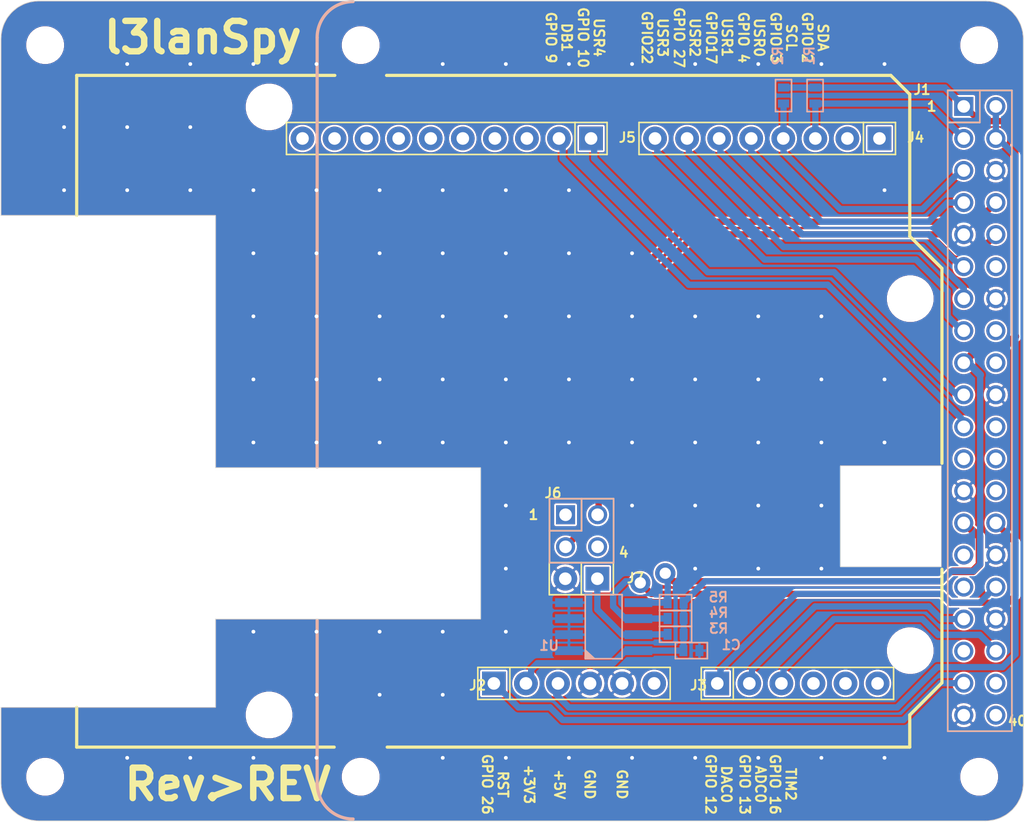
<source format=kicad_pcb>
(kicad_pcb (version 20171130) (host pcbnew 5.1.5+dfsg1-2build2)
  (layers (0 Top signal hide) (31 Bottom signal) (34 B.Paste user) (35 F.Paste user hide) (36 B.SilkS user) (37 F.SilkS user hide) (38 B.Mask user) (39 F.Mask user hide) (44 Edge.Cuts user hide))
  (net 0 "")
  (net 1 +3V3)
  (net 2 GND)
  (net 3 +5V)
  (net 4 "Net-(J1-Pad40)")
  (net 5 "Net-(J1-Pad38)")
  (net 6 /RST)
  (net 7 /TIM2)
  (net 8 "Net-(J1-Pad35)")
  (net 9 /ADC0)
  (net 10 /DAC0)
  (net 11 "Net-(J1-Pad31)")
  (net 12 "Net-(J1-Pad29)")
  (net 13 /ID_SC)
  (net 14 /ID_SD)
  (net 15 "Net-(J1-Pad26)")
  (net 16 "Net-(J1-Pad24)")
  (net 17 "Net-(J1-Pad23)")
  (net 18 "Net-(J1-Pad22)")
  (net 19 /DB1)
  (net 20 /USR4)
  (net 21 "Net-(J1-Pad18)")
  (net 22 "Net-(J1-Pad16)")
  (net 23 /USR3)
  (net 24 /USR2)
  (net 25 "Net-(J1-Pad12)")
  (net 26 /USR1)
  (net 27 /TXD)
  (net 28 /RXD)
  (net 29 /USR0)
  (net 30 /SCL)
  (net 31 /SDA)
  (net 32 "Net-(J2-Pad6)")
  (net 33 "Net-(J3-Pad6)")
  (net 34 "Net-(J3-Pad5)")
  (net 35 "Net-(J3-Pad4)")
  (net 36 "Net-(J4-Pad2)")
  (net 37 "Net-(J4-Pad1)")
  (net 38 "Net-(J5-Pad10)")
  (net 39 "Net-(J5-Pad9)")
  (net 40 "Net-(J5-Pad8)")
  (net 41 "Net-(J5-Pad7)")
  (net 42 "Net-(J5-Pad6)")
  (net 43 "Net-(J5-Pad5)")
  (net 44 "Net-(J5-Pad4)")
  (net 45 "Net-(J5-Pad3)")
  (net 46 "Net-(J6-Pad4)")
  (net 47 "Net-(J6-Pad1)")
  (net 48 /WP)
  (module l3lanSpy:C0603 (layer Bottom) (at 162.7011 124.0036)
    (fp_text reference C1 (at 2.3 0) (layer B.SilkS) (effects (font (size 0.77216 0.77216) (thickness 0.154432)) (justify right bottom mirror)))
    (fp_text value 100n)
    (pad 2 smd rect (at 0.635 0 270) (size 0.889 0.635) (layers Bottom B.Paste B.Mask) (net 2 GND))
    (pad 1 smd rect (at -0.635 0 270) (size 0.889 0.635) (layers Bottom B.Paste B.Mask) (net 1 +3V3))
  )
  (module l3lanSpy:R0603 (layer Bottom) (at 172.5011 80.0036 90)
    (fp_text reference R1 (at 2.3 0 90) (layer B.SilkS) (effects (font (size 0.77216 0.77216) (thickness 0.154432)) (justify right bottom mirror)))
    (fp_text value 4k7)
    (pad 2 smd rect (at 0.635 0) (size 0.889 0.635) (layers Bottom B.Paste B.Mask) (net 1 +3V3))
    (pad 1 smd rect (at -0.635 0) (size 0.889 0.635) (layers Bottom B.Paste B.Mask) (net 31 /SDA))
  )
  (module l3lanSpy:R0603 (layer Bottom) (at 170.0011 80.0036 90)
    (fp_text reference R2 (at 2.3 0 90) (layer B.SilkS) (effects (font (size 0.77216 0.77216) (thickness 0.154432)) (justify right bottom mirror)))
    (fp_text value 4k7)
    (pad 2 smd rect (at 0.635 0) (size 0.889 0.635) (layers Bottom B.Paste B.Mask) (net 1 +3V3))
    (pad 1 smd rect (at -0.635 0) (size 0.889 0.635) (layers Bottom B.Paste B.Mask) (net 30 /SCL))
  )
  (module l3lanSpy:R0603 (layer Bottom) (at 161.4511 122.7036)
    (fp_text reference R3 (at 2.55 0) (layer B.SilkS) (effects (font (size 0.77216 0.77216) (thickness 0.154432)) (justify right bottom mirror)))
    (fp_text value 1k)
    (pad 2 smd rect (at 0.635 0 270) (size 0.889 0.635) (layers Bottom B.Paste B.Mask) (net 1 +3V3))
    (pad 1 smd rect (at -0.635 0 270) (size 0.889 0.635) (layers Bottom B.Paste B.Mask) (net 48 /WP))
  )
  (module l3lanSpy:R0603 (layer Bottom) (at 161.4511 121.4536)
    (fp_text reference R4 (at 2.55 0) (layer B.SilkS) (effects (font (size 0.77216 0.77216) (thickness 0.154432)) (justify right bottom mirror)))
    (fp_text value 4k7)
    (pad 2 smd rect (at 0.635 0 270) (size 0.889 0.635) (layers Bottom B.Paste B.Mask) (net 1 +3V3))
    (pad 1 smd rect (at -0.635 0 270) (size 0.889 0.635) (layers Bottom B.Paste B.Mask) (net 13 /ID_SC))
  )
  (module l3lanSpy:R0603 (layer Bottom) (at 161.4511 120.2036)
    (fp_text reference R5 (at 2.53 0.02) (layer B.SilkS) (effects (font (size 0.77216 0.77216) (thickness 0.154432)) (justify right bottom mirror)))
    (fp_text value 4k7)
    (pad 2 smd rect (at 0.635 0 270) (size 0.889 0.635) (layers Bottom B.Paste B.Mask) (net 1 +3V3))
    (pad 1 smd rect (at -0.635 0 270) (size 0.889 0.635) (layers Bottom B.Paste B.Mask) (net 14 /ID_SD))
  )
  (module "" (layer Top) (at 129.2411 129.1036)
    (fp_text reference @HOLE0 hide)
    (fp_text value "" (at 0 0) (layer F.SilkS) (effects (font (size 1.27 1.27))))
    (pad "" np_thru_hole circle (at 0 0) (size 3.4 3.4) (drill 3.4) (layers *.Cu *.Mask))
  )
  (module "" (layer Top) (at 180.0411 124.0036)
    (fp_text reference @HOLE1 hide)
    (fp_text value "" (at 0 0) (layer F.SilkS) (effects (font (size 1.27 1.27))))
    (pad "" np_thru_hole circle (at 0 0) (size 3.4 3.4) (drill 3.4) (layers *.Cu *.Mask))
  )
  (module "" (layer Top) (at 180.0411 96.1036)
    (fp_text reference @HOLE2 hide)
    (fp_text value "" (at 0 0) (layer F.SilkS) (effects (font (size 1.27 1.27))))
    (pad "" np_thru_hole circle (at 0 0) (size 3.4 3.4) (drill 3.4) (layers *.Cu *.Mask))
  )
  (module "" (layer Top) (at 129.2411 80.9036)
    (fp_text reference @HOLE3 hide)
    (fp_text value "" (at 0 0) (layer F.SilkS) (effects (font (size 1.27 1.27))))
    (pad "" np_thru_hole circle (at 0 0) (size 3.4 3.4) (drill 3.4) (layers *.Cu *.Mask))
  )
  (module "" (layer Top) (at 111.5011 76.0036)
    (fp_text reference @HOLE4 hide)
    (fp_text value "" (at 0 0) (layer F.SilkS) (effects (font (size 1.27 1.27))))
    (pad "" np_thru_hole circle (at 0 0) (size 2.7 2.7) (drill 2.7) (layers *.Cu *.Mask))
  )
  (module "" (layer Top) (at 111.5011 134.0036)
    (fp_text reference @HOLE5 hide)
    (fp_text value "" (at 0 0) (layer F.SilkS) (effects (font (size 1.27 1.27))))
    (pad "" np_thru_hole circle (at 0 0) (size 2.7 2.7) (drill 2.7) (layers *.Cu *.Mask))
  )
  (module l3lanSpy:TD1208_EVB (layer Top) (at 114.0011 131.6736)
    (fp_text reference U$1 hide)
    (fp_text value "" hide)
  )
  (module l3lanSpy:RASPBERRY_PI_3A+ (layer Top) (at 133.0011 72.5036 270)
    (fp_text reference U$2 hide)
    (fp_text value "" hide)
    (pad "" np_thru_hole circle (at 61.5 -3.5 270) (size 2.7 2.7) (drill 2.7) (layers *.Cu *.Mask))
    (pad "" np_thru_hole circle (at 3.5 -3.5 270) (size 2.7 2.7) (drill 2.7) (layers *.Cu *.Mask))
    (pad "" np_thru_hole circle (at 61.5 -52.5 270) (size 2.7 2.7) (drill 2.7) (layers *.Cu *.Mask))
    (pad "" np_thru_hole circle (at 3.5 -52.5 270) (size 2.7 2.7) (drill 2.7) (layers *.Cu *.Mask))
  )
  (module l3lanSpy:MH20-2-0.1 (layer Top) (at 185.5511 102.4536)
    (fp_text reference J1 (at -3.81 -23.368) (layer F.SilkS) (effects (font (size 0.77216 0.77216) (thickness 0.154432)) (justify right top)))
    (fp_text value MH20-2)
    (fp_text user 40 (at 3.81 26.67) (layer F.SilkS) (effects (font (size 0.77216 0.77216) (thickness 0.16256)) (justify right top)))
    (fp_text user 1 (at -3.81 -21.59) (layer F.SilkS) (effects (font (size 0.77216 0.77216) (thickness 0.16256))))
    (pad 40 thru_hole circle (at 1.27 26.67 270) (size 1.508 1.508) (drill 1) (layers *.Cu *.Mask) (net 4 "Net-(J1-Pad40)"))
    (pad 39 thru_hole circle (at -1.27 26.67 270) (size 1.508 1.508) (drill 1) (layers *.Cu *.Mask) (net 2 GND))
    (pad 38 thru_hole circle (at 1.27 24.13 270) (size 1.508 1.508) (drill 1) (layers *.Cu *.Mask) (net 5 "Net-(J1-Pad38)"))
    (pad 37 thru_hole circle (at -1.27 24.13 270) (size 1.508 1.508) (drill 1) (layers *.Cu *.Mask) (net 6 /RST))
    (pad 36 thru_hole circle (at 1.27 21.59 270) (size 1.508 1.508) (drill 1) (layers *.Cu *.Mask) (net 7 /TIM2))
    (pad 35 thru_hole circle (at -1.27 21.59 270) (size 1.508 1.508) (drill 1) (layers *.Cu *.Mask) (net 8 "Net-(J1-Pad35)"))
    (pad 34 thru_hole circle (at 1.27 19.05 270) (size 1.508 1.508) (drill 1) (layers *.Cu *.Mask) (net 2 GND))
    (pad 33 thru_hole circle (at -1.27 19.05 270) (size 1.508 1.508) (drill 1) (layers *.Cu *.Mask) (net 9 /ADC0))
    (pad 32 thru_hole circle (at 1.27 16.51 270) (size 1.508 1.508) (drill 1) (layers *.Cu *.Mask) (net 10 /DAC0))
    (pad 31 thru_hole circle (at -1.27 16.51 270) (size 1.508 1.508) (drill 1) (layers *.Cu *.Mask) (net 11 "Net-(J1-Pad31)"))
    (pad 30 thru_hole circle (at 1.27 13.97 270) (size 1.508 1.508) (drill 1) (layers *.Cu *.Mask) (net 2 GND))
    (pad 29 thru_hole circle (at -1.27 13.97 270) (size 1.508 1.508) (drill 1) (layers *.Cu *.Mask) (net 12 "Net-(J1-Pad29)"))
    (pad 28 thru_hole circle (at 1.27 11.43 270) (size 1.508 1.508) (drill 1) (layers *.Cu *.Mask) (net 13 /ID_SC))
    (pad 27 thru_hole circle (at -1.27 11.43 270) (size 1.508 1.508) (drill 1) (layers *.Cu *.Mask) (net 14 /ID_SD))
    (pad 26 thru_hole circle (at 1.27 8.89 270) (size 1.508 1.508) (drill 1) (layers *.Cu *.Mask) (net 15 "Net-(J1-Pad26)"))
    (pad 25 thru_hole circle (at -1.27 8.89 270) (size 1.508 1.508) (drill 1) (layers *.Cu *.Mask) (net 2 GND))
    (pad 24 thru_hole circle (at 1.27 6.35 270) (size 1.508 1.508) (drill 1) (layers *.Cu *.Mask) (net 16 "Net-(J1-Pad24)"))
    (pad 23 thru_hole circle (at -1.27 6.35 270) (size 1.508 1.508) (drill 1) (layers *.Cu *.Mask) (net 17 "Net-(J1-Pad23)"))
    (pad 22 thru_hole circle (at 1.27 3.81 270) (size 1.508 1.508) (drill 1) (layers *.Cu *.Mask) (net 18 "Net-(J1-Pad22)"))
    (pad 21 thru_hole circle (at -1.27 3.81 270) (size 1.508 1.508) (drill 1) (layers *.Cu *.Mask) (net 19 /DB1))
    (pad 20 thru_hole circle (at 1.27 1.27 270) (size 1.508 1.508) (drill 1) (layers *.Cu *.Mask) (net 2 GND))
    (pad 19 thru_hole circle (at -1.27 1.27 270) (size 1.508 1.508) (drill 1) (layers *.Cu *.Mask) (net 20 /USR4))
    (pad 18 thru_hole circle (at 1.27 -1.27 270) (size 1.508 1.508) (drill 1) (layers *.Cu *.Mask) (net 21 "Net-(J1-Pad18)"))
    (pad 17 thru_hole circle (at -1.27 -1.27 270) (size 1.508 1.508) (drill 1) (layers *.Cu *.Mask) (net 1 +3V3))
    (pad 16 thru_hole circle (at 1.27 -3.81 270) (size 1.508 1.508) (drill 1) (layers *.Cu *.Mask) (net 22 "Net-(J1-Pad16)"))
    (pad 15 thru_hole circle (at -1.27 -3.81 270) (size 1.508 1.508) (drill 1) (layers *.Cu *.Mask) (net 23 /USR3))
    (pad 14 thru_hole circle (at 1.27 -6.35 270) (size 1.508 1.508) (drill 1) (layers *.Cu *.Mask) (net 2 GND))
    (pad 13 thru_hole circle (at -1.27 -6.35 270) (size 1.508 1.508) (drill 1) (layers *.Cu *.Mask) (net 24 /USR2))
    (pad 12 thru_hole circle (at 1.27 -8.89 270) (size 1.508 1.508) (drill 1) (layers *.Cu *.Mask) (net 25 "Net-(J1-Pad12)"))
    (pad 11 thru_hole circle (at -1.27 -8.89 270) (size 1.508 1.508) (drill 1) (layers *.Cu *.Mask) (net 26 /USR1))
    (pad 10 thru_hole circle (at 1.27 -11.43 270) (size 1.508 1.508) (drill 1) (layers *.Cu *.Mask) (net 27 /TXD))
    (pad 9 thru_hole circle (at -1.27 -11.43 270) (size 1.508 1.508) (drill 1) (layers *.Cu *.Mask) (net 2 GND))
    (pad 8 thru_hole circle (at 1.27 -13.97 270) (size 1.508 1.508) (drill 1) (layers *.Cu *.Mask) (net 28 /RXD))
    (pad 7 thru_hole circle (at -1.27 -13.97 270) (size 1.508 1.508) (drill 1) (layers *.Cu *.Mask) (net 29 /USR0))
    (pad 6 thru_hole circle (at 1.27 -16.51 270) (size 1.508 1.508) (drill 1) (layers *.Cu *.Mask) (net 2 GND))
    (pad 5 thru_hole circle (at -1.27 -16.51 270) (size 1.508 1.508) (drill 1) (layers *.Cu *.Mask) (net 30 /SCL))
    (pad 4 thru_hole circle (at 1.27 -19.05 270) (size 1.508 1.508) (drill 1) (layers *.Cu *.Mask) (net 3 +5V))
    (pad 2 thru_hole circle (at 1.27 -21.59 270) (size 1.508 1.508) (drill 1) (layers *.Cu *.Mask) (net 3 +5V))
    (pad 3 thru_hole circle (at -1.27 -19.05 270) (size 1.508 1.508) (drill 1) (layers *.Cu *.Mask) (net 31 /SDA))
    (pad 1 thru_hole rect (at -1.27 -21.59 270) (size 1.508 1.508) (drill 1) (layers *.Cu *.Mask) (net 1 +3V3))
  )
  (module l3lanSpy:MH6-1-0.1 (layer Top) (at 147.0511 126.6036)
    (fp_text reference J2 (at -2.05 0.15) (layer F.SilkS) (effects (font (size 0.77216 0.77216) (thickness 0.154432)) (justify left)))
    (fp_text value MH6-1)
    (pad 6 thru_hole circle (at 12.7 0 90) (size 1.8796 1.8796) (drill 1) (layers *.Cu *.Mask) (net 32 "Net-(J2-Pad6)"))
    (pad 5 thru_hole circle (at 10.16 0 90) (size 1.8796 1.8796) (drill 1) (layers *.Cu *.Mask) (net 2 GND))
    (pad 4 thru_hole circle (at 7.62 0 90) (size 1.8796 1.8796) (drill 1) (layers *.Cu *.Mask) (net 2 GND))
    (pad 3 thru_hole circle (at 5.08 0 90) (size 1.8796 1.8796) (drill 1) (layers *.Cu *.Mask) (net 3 +5V))
    (pad 2 thru_hole circle (at 2.54 0 90) (size 1.8796 1.8796) (drill 1) (layers *.Cu *.Mask) (net 1 +3V3))
    (pad 1 thru_hole rect (at 0 0 90) (size 1.8796 1.8796) (drill 1) (layers *.Cu *.Mask) (net 6 /RST))
  )
  (module l3lanSpy:MH6-1-0.1 (layer Top) (at 164.7511 126.6036)
    (fp_text reference J3 (at -2.25 0.15) (layer F.SilkS) (effects (font (size 0.77216 0.77216) (thickness 0.154432)) (justify left)))
    (fp_text value MH6-1)
    (pad 6 thru_hole circle (at 12.7 0 90) (size 1.8796 1.8796) (drill 1) (layers *.Cu *.Mask) (net 33 "Net-(J3-Pad6)"))
    (pad 5 thru_hole circle (at 10.16 0 90) (size 1.8796 1.8796) (drill 1) (layers *.Cu *.Mask) (net 34 "Net-(J3-Pad5)"))
    (pad 4 thru_hole circle (at 7.62 0 90) (size 1.8796 1.8796) (drill 1) (layers *.Cu *.Mask) (net 35 "Net-(J3-Pad4)"))
    (pad 3 thru_hole circle (at 5.08 0 90) (size 1.8796 1.8796) (drill 1) (layers *.Cu *.Mask) (net 7 /TIM2))
    (pad 2 thru_hole circle (at 2.54 0 90) (size 1.8796 1.8796) (drill 1) (layers *.Cu *.Mask) (net 9 /ADC0))
    (pad 1 thru_hole rect (at 0 0 90) (size 1.8796 1.8796) (drill 1) (layers *.Cu *.Mask) (net 10 /DAC0))
  )
  (module l3lanSpy:MH8-1-0.1 (layer Top) (at 177.6011 83.4036 180)
    (fp_text reference J4 (at -2.1082 0.0762) (layer F.SilkS) (effects (font (size 0.77216 0.77216) (thickness 0.154432)) (justify left)))
    (fp_text value MH8-1)
    (pad 8 thru_hole circle (at 17.78 0 270) (size 1.8796 1.8796) (drill 1) (layers *.Cu *.Mask) (net 23 /USR3))
    (pad 7 thru_hole circle (at 15.24 0 270) (size 1.8796 1.8796) (drill 1) (layers *.Cu *.Mask) (net 24 /USR2))
    (pad 6 thru_hole circle (at 12.7 0 270) (size 1.8796 1.8796) (drill 1) (layers *.Cu *.Mask) (net 26 /USR1))
    (pad 5 thru_hole circle (at 10.16 0 270) (size 1.8796 1.8796) (drill 1) (layers *.Cu *.Mask) (net 29 /USR0))
    (pad 4 thru_hole circle (at 7.62 0 270) (size 1.8796 1.8796) (drill 1) (layers *.Cu *.Mask) (net 30 /SCL))
    (pad 3 thru_hole circle (at 5.08 0 270) (size 1.8796 1.8796) (drill 1) (layers *.Cu *.Mask) (net 31 /SDA))
    (pad 2 thru_hole circle (at 2.54 0 270) (size 1.8796 1.8796) (drill 1) (layers *.Cu *.Mask) (net 36 "Net-(J4-Pad2)"))
    (pad 1 thru_hole rect (at 0 0 270) (size 1.8796 1.8796) (drill 1) (layers *.Cu *.Mask) (net 37 "Net-(J4-Pad1)"))
  )
  (module l3lanSpy:MH10-1-0.1 (layer Top) (at 154.7511 83.4036 180)
    (fp_text reference J5 (at -2.1082 0.0762) (layer F.SilkS) (effects (font (size 0.77216 0.77216) (thickness 0.154432)) (justify left)))
    (fp_text value MH10-1)
    (pad 10 thru_hole circle (at 22.86 0 270) (size 1.8796 1.8796) (drill 1) (layers *.Cu *.Mask) (net 38 "Net-(J5-Pad10)"))
    (pad 9 thru_hole circle (at 20.32 0 270) (size 1.8796 1.8796) (drill 1) (layers *.Cu *.Mask) (net 39 "Net-(J5-Pad9)"))
    (pad 8 thru_hole circle (at 17.78 0 270) (size 1.8796 1.8796) (drill 1) (layers *.Cu *.Mask) (net 40 "Net-(J5-Pad8)"))
    (pad 7 thru_hole circle (at 15.24 0 270) (size 1.8796 1.8796) (drill 1) (layers *.Cu *.Mask) (net 41 "Net-(J5-Pad7)"))
    (pad 6 thru_hole circle (at 12.7 0 270) (size 1.8796 1.8796) (drill 1) (layers *.Cu *.Mask) (net 42 "Net-(J5-Pad6)"))
    (pad 5 thru_hole circle (at 10.16 0 270) (size 1.8796 1.8796) (drill 1) (layers *.Cu *.Mask) (net 43 "Net-(J5-Pad5)"))
    (pad 4 thru_hole circle (at 7.62 0 270) (size 1.8796 1.8796) (drill 1) (layers *.Cu *.Mask) (net 44 "Net-(J5-Pad4)"))
    (pad 3 thru_hole circle (at 5.08 0 270) (size 1.8796 1.8796) (drill 1) (layers *.Cu *.Mask) (net 45 "Net-(J5-Pad3)"))
    (pad 2 thru_hole circle (at 2.54 0 270) (size 1.8796 1.8796) (drill 1) (layers *.Cu *.Mask) (net 19 /DB1))
    (pad 1 thru_hole rect (at 0 0 270) (size 1.8796 1.8796) (drill 1) (layers *.Cu *.Mask) (net 20 /USR4))
  )
  (module l3lanSpy:MH2-2-0.1 (layer Top) (at 154.0011 114.5036)
    (fp_text reference J6 (at -1.5 -3.45) (layer F.SilkS) (effects (font (size 0.77216 0.77216) (thickness 0.154432)) (justify right top)))
    (fp_text value MH2-2)
    (fp_text user 4 (at 3.81 1.27) (layer F.SilkS) (effects (font (size 0.77216 0.77216) (thickness 0.16256)) (justify right top)))
    (fp_text user 1 (at -3.81 -1.27) (layer F.SilkS) (effects (font (size 0.77216 0.77216) (thickness 0.16256))))
    (pad 4 thru_hole circle (at 1.27 1.27 270) (size 1.508 1.508) (drill 1) (layers *.Cu *.Mask) (net 46 "Net-(J6-Pad4)"))
    (pad 2 thru_hole circle (at 1.27 -1.27 270) (size 1.508 1.508) (drill 1) (layers *.Cu *.Mask) (net 28 /RXD))
    (pad 3 thru_hole circle (at -1.27 1.27 270) (size 1.508 1.508) (drill 1) (layers *.Cu *.Mask) (net 27 /TXD))
    (pad 1 thru_hole rect (at -1.27 -1.27 270) (size 1.508 1.508) (drill 1) (layers *.Cu *.Mask) (net 47 "Net-(J6-Pad1)"))
  )
  (module l3lanSpy:SOIC-8 (layer Bottom) (at 155.7511 122.1036 90)
    (fp_text reference U1 (at -1.95 -5.2 180) (layer B.SilkS) (effects (font (size 0.77216 0.77216) (thickness 0.154432)) (justify right bottom mirror)))
    (fp_text value CAT24C32WI-GT3)
    (pad 8 smd rect (at -1.905 2.75 90) (size 0.7 2.2) (layers Bottom B.Paste B.Mask) (net 1 +3V3))
    (pad 7 smd rect (at -0.635 2.75 90) (size 0.7 2.2) (layers Bottom B.Paste B.Mask) (net 48 /WP))
    (pad 6 smd rect (at 0.635 2.75 90) (size 0.7 2.2) (layers Bottom B.Paste B.Mask) (net 13 /ID_SC))
    (pad 5 smd rect (at 1.905 2.75 90) (size 0.7 2.2) (layers Bottom B.Paste B.Mask) (net 14 /ID_SD))
    (pad 4 smd rect (at 1.905 -2.75 90) (size 0.7 2.2) (layers Bottom B.Paste B.Mask) (net 2 GND))
    (pad 3 smd rect (at 0.635 -2.75 90) (size 0.7 2.2) (layers Bottom B.Paste B.Mask) (net 2 GND))
    (pad 2 smd rect (at -0.635 -2.75 90) (size 0.7 2.2) (layers Bottom B.Paste B.Mask) (net 2 GND))
    (pad 1 smd rect (at -1.905 -2.75 90) (size 0.7 2.2) (layers Bottom B.Paste B.Mask) (net 2 GND))
  )
  (module l3lanSpy:MH2-1-0.1 (layer Top) (at 155.2511 118.3036 180)
    (fp_text reference J7 (at -2.25 0.05) (layer F.SilkS) (effects (font (size 0.77216 0.77216) (thickness 0.154432)) (justify left)))
    (fp_text value MH2-1)
    (pad 2 thru_hole circle (at 2.54 0 270) (size 1.8796 1.8796) (drill 1) (layers *.Cu *.Mask) (net 2 GND))
    (pad 1 thru_hole rect (at 0 0 270) (size 1.8796 1.8796) (drill 1) (layers *.Cu *.Mask) (net 48 /WP))
  )
  (module l3lanSpy:A5L-LOC (layer Top) (at 88.0011 176.3036)
    (fp_text reference U$3 hide)
    (fp_text value "" hide)
  )
  (module l3lanSpy:CC-BY-SA_LOGO (layer Top) (at 140.1511 165.7536)
    (fp_text reference LOGO1 hide)
    (fp_text value CC-BY-SA_LOGO hide)
  )
  (module l3lanSpy:DRILEGEND (layer Top) (at 221.98509 81.1296)
    (fp_text reference DRILEGEND hide)
    (fp_text value "" hide)
  )
  (gr_line (start 186.0011 137.5036) (end 111.0011 137.5036) (layer Edge.Cuts) (width 0.05))
  (gr_arc (start 111.0011 134.5036) (end 111.0011 137.5036) (angle 90) (layer Edge.Cuts) (width 0.05))
  (gr_line (start 108.0011 134.5036) (end 108.0011 128.5036) (layer Edge.Cuts) (width 0.05))
  (gr_arc (start 111.0011 75.5036) (end 108.0011 75.5036) (angle 90) (layer Edge.Cuts) (width 0.05))
  (gr_line (start 111.0011 72.5036) (end 186.0011 72.5036) (layer Edge.Cuts) (width 0.05))
  (gr_arc (start 186.0011 75.5036) (end 186.0011 72.5036) (angle 90) (layer Edge.Cuts) (width 0.05))
  (gr_line (start 189.0011 75.5036) (end 189.0011 134.5036) (layer Edge.Cuts) (width 0.05))
  (gr_arc (start 186.0011 134.5036) (end 189.0011 134.5036) (angle 90) (layer Edge.Cuts) (width 0.05))
  (gr_line (start 108.0011 89.5036) (end 125.0011 89.5036) (layer Edge.Cuts) (width 0.05))
  (gr_line (start 125.0011 89.5036) (end 125.0011 109.5036) (layer Edge.Cuts) (width 0.05))
  (gr_line (start 125.0011 109.5036) (end 146.0011 109.5036) (layer Edge.Cuts) (width 0.05))
  (gr_line (start 146.0011 109.5036) (end 146.0011 121.5036) (layer Edge.Cuts) (width 0.05))
  (gr_line (start 146.0011 121.5036) (end 125.0011 121.5036) (layer Edge.Cuts) (width 0.05))
  (gr_line (start 125.0011 121.5036) (end 125.0011 128.5036) (layer Edge.Cuts) (width 0.05))
  (gr_line (start 125.0011 128.5036) (end 108.0011 128.5036) (layer Edge.Cuts) (width 0.05))
  (gr_line (start 174.5011 109.3536) (end 182.5011 109.3536) (layer Edge.Cuts) (width 0.05))
  (gr_line (start 182.5011 109.3536) (end 182.5011 117.3536) (layer Edge.Cuts) (width 0.05))
  (gr_line (start 182.5011 117.3536) (end 174.5011 117.3536) (layer Edge.Cuts) (width 0.05))
  (gr_line (start 174.5011 117.3536) (end 174.5011 109.3536) (layer Edge.Cuts) (width 0.05))
  (gr_line (start 108.0011 75.5036) (end 108.0011 89.5036) (layer Edge.Cuts) (width 0.05))
  (gr_line (start 114.0011 78.4036) (end 134.4511 78.4036) (layer F.SilkS) (width 0.254))
  (gr_line (start 138.5511 78.4036) (end 178.5011 78.4036) (layer F.SilkS) (width 0.254))
  (gr_line (start 178.5011 78.4036) (end 180.0011 79.9036) (layer F.SilkS) (width 0.254))
  (gr_line (start 180.0011 79.9036) (end 180.0011 91.1536) (layer F.SilkS) (width 0.254))
  (gr_line (start 180.0011 91.1536) (end 182.5511 93.7036) (layer F.SilkS) (width 0.254))
  (gr_line (start 182.5511 93.7036) (end 182.5511 109.1536) (layer F.SilkS) (width 0.254))
  (gr_line (start 182.5511 117.5536) (end 182.5511 126.5536) (layer F.SilkS) (width 0.254))
  (gr_line (start 182.5511 126.5536) (end 180.0011 129.1036) (layer F.SilkS) (width 0.254))
  (gr_line (start 180.0011 129.1036) (end 180.0011 131.6536) (layer F.SilkS) (width 0.254))
  (gr_line (start 180.0011 131.6536) (end 138.6011 131.6536) (layer F.SilkS) (width 0.254))
  (gr_line (start 134.4011 131.6536) (end 114.0011 131.6536) (layer F.SilkS) (width 0.254))
  (gr_arc (start 135.9011 75.4036) (end 133.0511 75.4036) (angle 90) (layer B.SilkS) (width 0.254))
  (gr_line (start 133.0511 75.4036) (end 133.0511 109.4536) (layer B.SilkS) (width 0.254))
  (gr_line (start 133.0511 121.6036) (end 133.0511 134.5036) (layer B.SilkS) (width 0.254))
  (gr_arc (start 135.9011 134.5036) (end 133.0511 134.5036) (angle -90) (layer B.SilkS) (width 0.254))
  (gr_text l3lanSpy (at 124.0011 75.4036) (layer F.SilkS) (effects (font (size 2.413 2.413) (thickness 0.508))))
  (gr_line (start 114.0011 131.6536) (end 114.0011 128.5036) (layer F.SilkS) (width 0.254))
  (gr_line (start 114.0011 89.5036) (end 114.0011 78.4036) (layer F.SilkS) (width 0.254))
  (gr_text "SDA\nGPIO 2" (at 172.5011 75.4036 270) (layer F.SilkS) (effects (font (size 0.77216 0.77216) (thickness 0.16256))))
  (gr_text "SCL\nGPIO 3" (at 170.0011 75.4036 270) (layer F.SilkS) (effects (font (size 0.77216 0.77216) (thickness 0.16256))))
  (gr_text "USR0\nGPIO 4" (at 167.4511 75.4036 270) (layer F.SilkS) (effects (font (size 0.77216 0.77216) (thickness 0.16256))))
  (gr_text "USR1\nGPIO17" (at 164.9011 75.4036 270) (layer F.SilkS) (effects (font (size 0.77216 0.77216) (thickness 0.16256))))
  (gr_text "USR2\nGPIO 27" (at 162.3511 75.4036 270) (layer F.SilkS) (effects (font (size 0.77216 0.77216) (thickness 0.16256))))
  (gr_text "USR3\nGPIO22" (at 159.8011 75.4036 270) (layer F.SilkS) (effects (font (size 0.77216 0.77216) (thickness 0.16256))))
  (gr_text "USR4\nGPIO 10" (at 154.7511 75.4036 270) (layer F.SilkS) (effects (font (size 0.77216 0.77216) (thickness 0.16256))))
  (gr_text "DB1\nGPIO 9" (at 152.2011 75.4036 270) (layer F.SilkS) (effects (font (size 0.77216 0.77216) (thickness 0.16256))))
  (gr_text "TIM2\nGPIO 16" (at 169.9511 134.6036 270) (layer F.SilkS) (effects (font (size 0.77216 0.77216) (thickness 0.16256))))
  (gr_text "ADC0\nGPIO 13" (at 167.5511 134.6036 270) (layer F.SilkS) (effects (font (size 0.77216 0.77216) (thickness 0.16256))))
  (gr_text "DAC0\nGPIO 12" (at 164.8511 134.6036 270) (layer F.SilkS) (effects (font (size 0.77216 0.77216) (thickness 0.16256))))
  (gr_text GND (at 157.2011 134.6036 270) (layer F.SilkS) (effects (font (size 0.77216 0.77216) (thickness 0.16256))))
  (gr_text GND (at 154.6511 134.6036 270) (layer F.SilkS) (effects (font (size 0.77216 0.77216) (thickness 0.16256))))
  (gr_text +5V (at 152.2511 134.6036 270) (layer F.SilkS) (effects (font (size 0.77216 0.77216) (thickness 0.16256))))
  (gr_text +3V3 (at 149.8511 134.6036 270) (layer F.SilkS) (effects (font (size 0.77216 0.77216) (thickness 0.16256))))
  (gr_text "RST\nGPIO 26" (at 147.1511 134.6036 270) (layer F.SilkS) (effects (font (size 0.77216 0.77216) (thickness 0.16256))))
  (gr_text >REV (at 129.2511 134.6036) (layer F.SilkS) (effects (font (size 2.413 2.413) (thickness 0.508))))
  (gr_text Rev. (at 121.6011 134.6036) (layer F.SilkS) (effects (font (size 2.413 2.413) (thickness 0.508))))
  (segment (start 186.8211 88.4836) (end 185.5511 89.7536) (width 0.5) (layer Top) (net 28))
  (segment (start 185.5511 89.7536) (end 183.2511 89.7536) (width 0.5) (layer Top) (net 28))
  (segment (start 183.2511 89.7536) (end 183.0011 90.0036) (width 0.5) (layer Top) (net 28))
  (segment (start 183.0011 90.0036) (end 162.5011 90.0036) (width 0.5) (layer Top) (net 28))
  (segment (start 162.5011 90.0036) (end 155.3511 97.1536) (width 0.5) (layer Top) (net 28))
  (segment (start 155.3511 97.1536) (end 155.3511 112.6036) (width 0.5) (layer Top) (net 28))
  (segment (start 155.3511 112.6036) (end 155.2711 112.6836) (width 0.5) (layer Top) (net 28))
  (segment (start 155.2711 112.6836) (end 155.2711 113.2336) (width 0.5) (layer Top) (net 28))
  (segment (start 186.8211 91.0236) (end 186.8211 91.0336) (width 0.5) (layer Top) (net 27))
  (segment (start 186.8211 91.0336) (end 185.5511 92.3036) (width 0.5) (layer Top) (net 27))
  (segment (start 185.5511 92.3036) (end 183.8011 92.3036) (width 0.5) (layer Top) (net 27))
  (segment (start 183.8011 92.3036) (end 182.5011 91.0036) (width 0.5) (layer Top) (net 27))
  (segment (start 156.0011 114.5036) (end 154.0011 114.5036) (width 0.5) (layer Top) (net 27))
  (segment (start 154.0011 114.5036) (end 152.7311 115.7736) (width 0.5) (layer Top) (net 27))
  (segment (start 182.5011 91.0036) (end 163.0011 91.0036) (width 0.5) (layer Top) (net 27))
  (segment (start 163.0011 91.0036) (end 156.5011 97.5036) (width 0.5) (layer Top) (net 27))
  (segment (start 156.5011 97.5036) (end 156.5011 114.0036) (width 0.5) (layer Top) (net 27))
  (segment (start 156.5011 114.0036) (end 156.0011 114.5036) (width 0.5) (layer Top) (net 27))
  (segment (start 172.5011 80.6386) (end 172.5211 80.6386) (width 0.6096) (layer Bottom) (net 31))
  (segment (start 172.5211 80.6386) (end 172.5211 83.4036) (width 0.5) (layer Bottom) (net 31))
  (segment (start 172.5211 80.6386) (end 181.5161 80.6386) (width 0.5) (layer Bottom) (net 31))
  (segment (start 181.5161 80.6386) (end 184.2811 83.4036) (width 0.5) (layer Bottom) (net 31))
  (segment (start 169.9811 83.4036) (end 170.0011 83.4036) (width 0.6096) (layer Bottom) (net 30))
  (segment (start 170.0011 83.4036) (end 170.0011 80.6386) (width 0.5) (layer Bottom) (net 30))
  (segment (start 184.2811 85.9436) (end 184.0611 85.9436) (width 0.5) (layer Bottom) (net 30))
  (segment (start 184.0611 85.9436) (end 181.0011 89.0036) (width 0.5) (layer Bottom) (net 30))
  (segment (start 181.0011 89.0036) (end 174.5011 89.0036) (width 0.5) (layer Bottom) (net 30))
  (segment (start 174.5011 89.0036) (end 170.0011 84.5036) (width 0.5) (layer Bottom) (net 30))
  (segment (start 170.0011 84.5036) (end 170.0011 83.4236) (width 0.5) (layer Bottom) (net 30))
  (segment (start 170.0011 83.4236) (end 169.9811 83.4036) (width 0.5) (layer Bottom) (net 30))
  (segment (start 181.5011 90.0036) (end 173.0011 90.0036) (width 0.5) (layer Bottom) (net 29))
  (segment (start 181.5011 90.0036) (end 182.9811 88.4836) (width 0.5) (layer Bottom) (net 29))
  (segment (start 184.2811 88.4836) (end 182.9811 88.4836) (width 0.5) (layer Bottom) (net 29))
  (segment (start 173.0011 90.0036) (end 167.4411 84.4436) (width 0.5) (layer Bottom) (net 29))
  (segment (start 167.4411 83.4036) (end 167.4411 84.4436) (width 0.5) (layer Bottom) (net 29))
  (segment (start 184.0011 93.5036) (end 181.5011 91.0036) (width 0.5) (layer Bottom) (net 26))
  (segment (start 181.5011 91.0036) (end 171.5011 91.0036) (width 0.5) (layer Bottom) (net 26))
  (segment (start 171.5011 91.0036) (end 165.0011 84.5036) (width 0.5) (layer Bottom) (net 26))
  (segment (start 165.0011 84.5036) (end 165.0011 83.5036) (width 0.5) (layer Bottom) (net 26))
  (segment (start 165.0011 83.5036) (end 164.9011 83.4036) (width 0.5) (layer Bottom) (net 26))
  (segment (start 184.0011 93.5036) (end 184.2211 93.5036) (width 0.5) (layer Bottom) (net 26))
  (segment (start 184.2211 93.5036) (end 184.2811 93.5636) (width 0.5) (layer Bottom) (net 26))
  (segment (start 181.0011 92.0036) (end 170.0011 92.0036) (width 0.5) (layer Bottom) (net 24))
  (segment (start 181.0011 92.0036) (end 184.2811 95.2836) (width 0.5) (layer Bottom) (net 24))
  (segment (start 184.2811 96.1036) (end 184.2811 95.2836) (width 0.5) (layer Bottom) (net 24))
  (segment (start 170.0011 92.0036) (end 162.5011 84.5036) (width 0.5) (layer Bottom) (net 24))
  (segment (start 162.5011 84.5036) (end 162.5011 83.5436) (width 0.5) (layer Bottom) (net 24))
  (segment (start 162.5011 83.5436) (end 162.3611 83.4036) (width 0.5) (layer Bottom) (net 24))
  (segment (start 184.2811 98.6436) (end 184.1411 98.6436) (width 0.5) (layer Bottom) (net 23))
  (segment (start 184.1411 98.6436) (end 183.0011 97.5036) (width 0.5) (layer Bottom) (net 23))
  (segment (start 183.0011 97.5036) (end 183.0011 95.5036) (width 0.5) (layer Bottom) (net 23))
  (segment (start 183.0011 95.5036) (end 180.5011 93.0036) (width 0.5) (layer Bottom) (net 23))
  (segment (start 180.5011 93.0036) (end 168.5011 93.0036) (width 0.5) (layer Bottom) (net 23))
  (segment (start 168.5011 93.0036) (end 160.0011 84.5036) (width 0.5) (layer Bottom) (net 23))
  (segment (start 160.0011 84.5036) (end 160.0011 83.5836) (width 0.5) (layer Bottom) (net 23))
  (segment (start 160.0011 83.5836) (end 159.8211 83.4036) (width 0.5) (layer Bottom) (net 23))
  (segment (start 186.8121 123.9546) (end 186.7521 123.9546) (width 0.5) (layer Bottom) (net 7))
  (segment (start 186.7521 123.9546) (end 185.5511 122.7536) (width 0.5) (layer Bottom) (net 7))
  (segment (start 185.5511 122.7536) (end 182.2511 122.7536) (width 0.5) (layer Bottom) (net 7))
  (segment (start 182.2511 122.7536) (end 181.0011 121.5036) (width 0.5) (layer Bottom) (net 7))
  (segment (start 181.0011 121.5036) (end 174.0011 121.5036) (width 0.5) (layer Bottom) (net 7))
  (segment (start 174.0011 121.5036) (end 170.0011 125.5036) (width 0.5) (layer Bottom) (net 7))
  (segment (start 170.0011 125.5036) (end 170.0011 126.4336) (width 0.5) (layer Bottom) (net 7))
  (segment (start 170.0011 126.4336) (end 169.8311 126.6036) (width 0.5) (layer Bottom) (net 7))
  (segment (start 184.2811 121.5036) (end 182.5011 121.5036) (width 0.5) (layer Bottom) (net 9))
  (segment (start 182.5011 121.5036) (end 181.5011 120.5036) (width 0.5) (layer Bottom) (net 9))
  (segment (start 181.5011 120.5036) (end 172.5011 120.5036) (width 0.5) (layer Bottom) (net 9))
  (segment (start 172.5011 120.5036) (end 167.5011 125.5036) (width 0.5) (layer Bottom) (net 9))
  (segment (start 167.5011 125.5036) (end 167.5011 126.3936) (width 0.5) (layer Bottom) (net 9))
  (segment (start 167.5011 126.3936) (end 167.2911 126.6036) (width 0.5) (layer Bottom) (net 9))
  (segment (start 186.8211 118.9636) (end 186.7911 118.9636) (width 0.5) (layer Bottom) (net 10))
  (segment (start 186.7911 118.9636) (end 185.5511 120.2036) (width 0.5) (layer Bottom) (net 10))
  (segment (start 185.5511 120.2036) (end 183.2011 120.2036) (width 0.5) (layer Bottom) (net 10))
  (segment (start 183.2011 120.2036) (end 182.5011 119.5036) (width 0.5) (layer Bottom) (net 10))
  (segment (start 182.5011 119.5036) (end 171.0011 119.5036) (width 0.5) (layer Bottom) (net 10))
  (segment (start 171.0011 119.5036) (end 165.0011 125.5036) (width 0.5) (layer Bottom) (net 10))
  (segment (start 165.0011 125.5036) (end 165.0011 126.3536) (width 0.5) (layer Bottom) (net 10))
  (segment (start 165.0011 126.3536) (end 164.7511 126.6036) (width 0.5) (layer Bottom) (net 10))
  (segment (start 184.2811 103.7236) (end 183.7211 103.7236) (width 0.5) (layer Bottom) (net 20))
  (segment (start 174.0011 94.0036) (end 164.0011 94.0036) (width 0.5) (layer Bottom) (net 20))
  (segment (start 164.0011 94.0036) (end 155.0011 85.0036) (width 0.5) (layer Bottom) (net 20))
  (segment (start 155.0011 85.0036) (end 155.0011 83.6536) (width 0.5) (layer Bottom) (net 20))
  (segment (start 155.0011 83.6536) (end 154.7511 83.4036) (width 0.5) (layer Bottom) (net 20))
  (segment (start 174.0011 94.0036) (end 183.7211 103.7236) (width 0.5) (layer Bottom) (net 20))
  (segment (start 184.2811 106.2636) (end 184.2811 105.7836) (width 0.5) (layer Bottom) (net 19))
  (segment (start 184.2811 105.7836) (end 173.5011 95.0036) (width 0.5) (layer Bottom) (net 19))
  (segment (start 173.5011 95.0036) (end 162.5011 95.0036) (width 0.5) (layer Bottom) (net 19))
  (segment (start 162.5011 95.0036) (end 152.5011 85.0036) (width 0.5) (layer Bottom) (net 19))
  (segment (start 152.5011 85.0036) (end 152.5011 83.6936) (width 0.5) (layer Bottom) (net 19))
  (segment (start 152.5011 83.6936) (end 152.2111 83.4036) (width 0.5) (layer Bottom) (net 19))
  (segment (start 184.2811 126.5836) (end 182.4211 126.5836) (width 0.5) (layer Bottom) (net 6))
  (segment (start 182.4211 126.5836) (end 179.5011 129.5036) (width 0.5) (layer Bottom) (net 6))
  (segment (start 179.5011 129.5036) (end 152.5011 129.5036) (width 0.5) (layer Bottom) (net 6))
  (segment (start 152.5011 129.5036) (end 151.5011 128.5036) (width 0.5) (layer Bottom) (net 6))
  (segment (start 151.5011 128.5036) (end 149.0011 128.5036) (width 0.5) (layer Bottom) (net 6))
  (segment (start 149.0011 128.5036) (end 147.5011 127.0036) (width 0.5) (layer Bottom) (net 6))
  (segment (start 147.5011 127.0036) (end 147.4511 127.0036) (width 0.5) (layer Bottom) (net 6))
  (segment (start 147.4511 127.0036) (end 147.0511 126.6036) (width 0.5) (layer Bottom) (net 6))
  (segment (start 187.6103 99.8608) (end 188.3723 99.0988) (width 0.6096) (layer Top) (net 1))
  (segment (start 188.3723 99.0988) (end 188.3723 82.6396) (width 0.5) (layer Top) (net 1))
  (segment (start 188.3723 82.6396) (end 187.7627 82.03) (width 0.5) (layer Top) (net 1))
  (segment (start 187.7627 82.03) (end 185.5975 82.03) (width 0.5) (layer Top) (net 1))
  (segment (start 185.5975 82.03) (end 184.2811 80.8636) (width 0.5) (layer Top) (net 1))
  (segment (start 158.5011 124.0086) (end 162.0661 124.0036) (width 0.5) (layer Bottom) (net 1))
  (segment (start 162.0661 124.0036) (end 162.0861 122.7036) (width 0.5) (layer Bottom) (net 1))
  (segment (start 162.0861 122.7036) (end 162.0861 121.4536) (width 0.5) (layer Bottom) (net 1))
  (segment (start 162.0861 121.4536) (end 162.0861 120.2036) (width 0.5) (layer Bottom) (net 1))
  (segment (start 187.6103 99.8608) (end 185.5759 99.8608) (width 0.6096) (layer Top) (net 1))
  (segment (start 185.5759 99.8608) (end 184.2811 101.1836) (width 0.6096) (layer Top) (net 1))
  (segment (start 184.2811 101.1836) (end 184.5261 101.0946) (width 0.6096) (layer Bottom) (net 1))
  (segment (start 184.5261 101.0946) (end 185.5791 102.1476) (width 0.6096) (layer Bottom) (net 1))
  (segment (start 170.0011 79.3686) (end 172.5011 79.3686) (width 0.5) (layer Bottom) (net 1))
  (segment (start 172.5011 79.3686) (end 182.7861 79.3686) (width 0.5) (layer Bottom) (net 1))
  (segment (start 182.7861 79.3686) (end 184.2811 80.8636) (width 0.5) (layer Bottom) (net 1))
  (segment (start 185.5791 102.1476) (end 185.5791 117.1756) (width 0.5) (layer Bottom) (net 1))
  (segment (start 185.5791 117.1756) (end 185.0511 117.7036) (width 0.5) (layer Bottom) (net 1))
  (segment (start 185.0511 117.7036) (end 183.3011 117.7036) (width 0.5) (layer Bottom) (net 1))
  (segment (start 183.3011 117.7036) (end 182.5011 118.5036) (width 0.5) (layer Bottom) (net 1))
  (segment (start 182.5011 118.5036) (end 163.7861 118.5036) (width 0.5) (layer Bottom) (net 1))
  (segment (start 163.7861 118.5036) (end 162.0861 120.2036) (width 0.5) (layer Bottom) (net 1))
  (segment (start 158.5011 124.0086) (end 157.4961 124.0086) (width 0.5) (layer Bottom) (net 1))
  (segment (start 157.4961 124.0086) (end 156.5011 125.0036) (width 0.5) (layer Bottom) (net 1))
  (segment (start 156.5011 125.0036) (end 150.5011 125.0036) (width 0.5) (layer Bottom) (net 1))
  (segment (start 150.5011 125.0036) (end 150.0011 125.5036) (width 0.5) (layer Bottom) (net 1))
  (segment (start 150.0011 125.5036) (end 150.0011 126.1936) (width 0.5) (layer Bottom) (net 1))
  (segment (start 150.0011 126.1936) (end 149.5911 126.6036) (width 0.5) (layer Bottom) (net 1))
  (via (at 113.0011 82.5036) (size 0.6048) (drill 0.3) (layers Top Bottom) (net 2))
  (via (at 113.0011 87.5036) (size 0.6048) (drill 0.3) (layers Top Bottom) (net 2))
  (via (at 118.0011 82.5036) (size 0.6048) (drill 0.3) (layers Top Bottom) (net 2))
  (via (at 123.0011 82.5036) (size 0.6048) (drill 0.3) (layers Top Bottom) (net 2))
  (via (at 118.0011 87.5036) (size 0.6048) (drill 0.3) (layers Top Bottom) (net 2))
  (via (at 123.0011 87.5036) (size 0.6048) (drill 0.3) (layers Top Bottom) (net 2))
  (via (at 128.0011 87.5036) (size 0.6048) (drill 0.3) (layers Top Bottom) (net 2))
  (via (at 133.0011 87.5036) (size 0.6048) (drill 0.3) (layers Top Bottom) (net 2))
  (via (at 138.0011 87.5036) (size 0.6048) (drill 0.3) (layers Top Bottom) (net 2))
  (via (at 143.0011 87.5036) (size 0.6048) (drill 0.3) (layers Top Bottom) (net 2))
  (via (at 148.0011 87.5036) (size 0.6048) (drill 0.3) (layers Top Bottom) (net 2))
  (via (at 153.0011 87.5036) (size 0.6048) (drill 0.3) (layers Top Bottom) (net 2))
  (via (at 178.0011 87.5036) (size 0.6048) (drill 0.3) (layers Top Bottom) (net 2))
  (via (at 128.0011 92.5036) (size 0.6048) (drill 0.3) (layers Top Bottom) (net 2))
  (via (at 133.0011 92.5036) (size 0.6048) (drill 0.3) (layers Top Bottom) (net 2))
  (via (at 138.0011 92.5036) (size 0.6048) (drill 0.3) (layers Top Bottom) (net 2))
  (via (at 143.0011 92.5036) (size 0.6048) (drill 0.3) (layers Top Bottom) (net 2))
  (via (at 148.0011 92.5036) (size 0.6048) (drill 0.3) (layers Top Bottom) (net 2))
  (via (at 153.0011 92.5036) (size 0.6048) (drill 0.3) (layers Top Bottom) (net 2))
  (via (at 158.0011 92.5036) (size 0.6048) (drill 0.3) (layers Top Bottom) (net 2))
  (via (at 128.0011 97.5036) (size 0.6048) (drill 0.3) (layers Top Bottom) (net 2))
  (via (at 133.0011 97.5036) (size 0.6048) (drill 0.3) (layers Top Bottom) (net 2))
  (via (at 138.0011 97.5036) (size 0.6048) (drill 0.3) (layers Top Bottom) (net 2))
  (via (at 143.0011 97.5036) (size 0.6048) (drill 0.3) (layers Top Bottom) (net 2))
  (via (at 148.0011 97.5036) (size 0.6048) (drill 0.3) (layers Top Bottom) (net 2))
  (via (at 153.0011 97.5036) (size 0.6048) (drill 0.3) (layers Top Bottom) (net 2))
  (via (at 158.0011 97.5036) (size 0.6048) (drill 0.3) (layers Top Bottom) (net 2))
  (via (at 163.0011 97.5036) (size 0.6048) (drill 0.3) (layers Top Bottom) (net 2))
  (via (at 168.0011 97.5036) (size 0.6048) (drill 0.3) (layers Top Bottom) (net 2))
  (via (at 128.0011 102.5036) (size 0.6048) (drill 0.3) (layers Top Bottom) (net 2))
  (via (at 133.0011 102.5036) (size 0.6048) (drill 0.3) (layers Top Bottom) (net 2))
  (via (at 138.0011 102.5036) (size 0.6048) (drill 0.3) (layers Top Bottom) (net 2))
  (via (at 143.0011 102.5036) (size 0.6048) (drill 0.3) (layers Top Bottom) (net 2))
  (via (at 148.0011 102.5036) (size 0.6048) (drill 0.3) (layers Top Bottom) (net 2))
  (via (at 153.0011 102.5036) (size 0.6048) (drill 0.3) (layers Top Bottom) (net 2))
  (via (at 158.0011 102.5036) (size 0.6048) (drill 0.3) (layers Top Bottom) (net 2))
  (via (at 163.0011 102.5036) (size 0.6048) (drill 0.3) (layers Top Bottom) (net 2))
  (via (at 173.0011 102.5036) (size 0.6048) (drill 0.3) (layers Top Bottom) (net 2))
  (via (at 178.0011 102.5036) (size 0.6048) (drill 0.3) (layers Top Bottom) (net 2))
  (via (at 128.0011 107.5036) (size 0.6048) (drill 0.3) (layers Top Bottom) (net 2))
  (via (at 133.0011 107.5036) (size 0.6048) (drill 0.3) (layers Top Bottom) (net 2))
  (via (at 138.0011 107.5036) (size 0.6048) (drill 0.3) (layers Top Bottom) (net 2))
  (via (at 143.0011 107.5036) (size 0.6048) (drill 0.3) (layers Top Bottom) (net 2))
  (via (at 148.0011 107.5036) (size 0.6048) (drill 0.3) (layers Top Bottom) (net 2))
  (via (at 153.0011 107.5036) (size 0.6048) (drill 0.3) (layers Top Bottom) (net 2))
  (via (at 158.0011 107.5036) (size 0.6048) (drill 0.3) (layers Top Bottom) (net 2))
  (via (at 168.0011 107.5036) (size 0.6048) (drill 0.3) (layers Top Bottom) (net 2))
  (via (at 173.0011 107.5036) (size 0.6048) (drill 0.3) (layers Top Bottom) (net 2))
  (via (at 178.0011 107.5036) (size 0.6048) (drill 0.3) (layers Top Bottom) (net 2))
  (via (at 148.0011 112.5036) (size 0.6048) (drill 0.3) (layers Top Bottom) (net 2))
  (via (at 163.0011 112.5036) (size 0.6048) (drill 0.3) (layers Top Bottom) (net 2))
  (via (at 168.0011 112.5036) (size 0.6048) (drill 0.3) (layers Top Bottom) (net 2))
  (via (at 173.0011 112.5036) (size 0.6048) (drill 0.3) (layers Top Bottom) (net 2))
  (via (at 148.0011 117.5036) (size 0.6048) (drill 0.3) (layers Top Bottom) (net 2))
  (via (at 163.0011 117.5036) (size 0.6048) (drill 0.3) (layers Top Bottom) (net 2))
  (via (at 168.0011 117.5036) (size 0.6048) (drill 0.3) (layers Top Bottom) (net 2))
  (via (at 173.0011 117.5036) (size 0.6048) (drill 0.3) (layers Top Bottom) (net 2))
  (via (at 148.0011 122.5036) (size 0.6048) (drill 0.3) (layers Top Bottom) (net 2))
  (via (at 128.0011 122.5036) (size 0.6048) (drill 0.3) (layers Top Bottom) (net 2))
  (via (at 133.0011 122.5036) (size 0.6048) (drill 0.3) (layers Top Bottom) (net 2))
  (via (at 138.0011 122.5036) (size 0.6048) (drill 0.3) (layers Top Bottom) (net 2))
  (via (at 143.0011 122.5036) (size 0.6048) (drill 0.3) (layers Top Bottom) (net 2))
  (via (at 133.0011 127.5036) (size 0.6048) (drill 0.3) (layers Top Bottom) (net 2))
  (via (at 138.0011 127.5036) (size 0.6048) (drill 0.3) (layers Top Bottom) (net 2))
  (via (at 143.0011 127.5036) (size 0.6048) (drill 0.3) (layers Top Bottom) (net 2))
  (via (at 118.0011 132.5036) (size 0.6048) (drill 0.3) (layers Top Bottom) (net 2))
  (via (at 123.0011 132.5036) (size 0.6048) (drill 0.3) (layers Top Bottom) (net 2))
  (via (at 128.0011 132.5036) (size 0.6048) (drill 0.3) (layers Top Bottom) (net 2))
  (via (at 133.0011 132.5036) (size 0.6048) (drill 0.3) (layers Top Bottom) (net 2))
  (via (at 143.0011 132.5036) (size 0.6048) (drill 0.3) (layers Top Bottom) (net 2))
  (via (at 148.0011 132.5036) (size 0.6048) (drill 0.3) (layers Top Bottom) (net 2))
  (via (at 153.0011 132.5036) (size 0.6048) (drill 0.3) (layers Top Bottom) (net 2))
  (via (at 158.0011 132.5036) (size 0.6048) (drill 0.3) (layers Top Bottom) (net 2))
  (via (at 163.0011 132.5036) (size 0.6048) (drill 0.3) (layers Top Bottom) (net 2))
  (via (at 168.0011 132.5036) (size 0.6048) (drill 0.3) (layers Top Bottom) (net 2))
  (via (at 173.0011 132.5036) (size 0.6048) (drill 0.3) (layers Top Bottom) (net 2))
  (via (at 178.0011 132.5036) (size 0.6048) (drill 0.3) (layers Top Bottom) (net 2))
  (via (at 118.0011 77.5036) (size 0.6048) (drill 0.3) (layers Top Bottom) (net 2))
  (via (at 123.0011 77.5036) (size 0.6048) (drill 0.3) (layers Top Bottom) (net 2))
  (via (at 128.0011 77.5036) (size 0.6048) (drill 0.3) (layers Top Bottom) (net 2))
  (via (at 133.0011 77.5036) (size 0.6048) (drill 0.3) (layers Top Bottom) (net 2))
  (via (at 143.0011 77.5036) (size 0.6048) (drill 0.3) (layers Top Bottom) (net 2))
  (via (at 148.0011 77.5036) (size 0.6048) (drill 0.3) (layers Top Bottom) (net 2))
  (via (at 153.0011 77.5036) (size 0.6048) (drill 0.3) (layers Top Bottom) (net 2))
  (via (at 158.0011 77.5036) (size 0.6048) (drill 0.3) (layers Top Bottom) (net 2))
  (via (at 163.0011 77.5036) (size 0.6048) (drill 0.3) (layers Top Bottom) (net 2))
  (via (at 168.0011 77.5036) (size 0.6048) (drill 0.3) (layers Top Bottom) (net 2))
  (via (at 173.0011 77.5036) (size 0.6048) (drill 0.3) (layers Top Bottom) (net 2))
  (via (at 178.0011 77.5036) (size 0.6048) (drill 0.3) (layers Top Bottom) (net 2))
  (via (at 173.0011 97.5036) (size 0.6048) (drill 0.3) (layers Top Bottom) (net 2))
  (via (at 168.0011 102.5036) (size 0.6048) (drill 0.3) (layers Top Bottom) (net 2))
  (via (at 163.0011 107.5036) (size 0.6048) (drill 0.3) (layers Top Bottom) (net 2))
  (via (at 158.0011 112.5036) (size 0.6048) (drill 0.3) (layers Top Bottom) (net 2))
  (segment (start 186.8211 80.8636) (end 186.8211 83.4036) (width 0.5) (layer Bottom) (net 3))
  (segment (start 186.8211 83.4036) (end 186.9137 83.3146) (width 0.6096) (layer Bottom) (net 3))
  (segment (start 186.9137 83.3146) (end 188.3723 84.7732) (width 0.5) (layer Bottom) (net 3))
  (segment (start 188.3723 84.7732) (end 188.3723 124.2956) (width 0.5) (layer Bottom) (net 3))
  (segment (start 187.3563 125.3116) (end 188.3723 124.2956) (width 0.5) (layer Bottom) (net 3))
  (segment (start 187.3563 125.3116) (end 182.1931 125.3116) (width 0.5) (layer Bottom) (net 3))
  (segment (start 182.1931 125.3116) (end 179.0011 128.5036) (width 0.5) (layer Bottom) (net 3))
  (segment (start 179.0011 128.5036) (end 153.0011 128.5036) (width 0.5) (layer Bottom) (net 3))
  (segment (start 153.0011 128.5036) (end 152.0011 127.5036) (width 0.5) (layer Bottom) (net 3))
  (segment (start 152.0011 127.5036) (end 152.0011 126.7336) (width 0.5) (layer Bottom) (net 3))
  (segment (start 152.0011 126.7336) (end 152.1311 126.6036) (width 0.5) (layer Bottom) (net 3))
  (segment (start 158.5011 122.7386) (end 160.8161 122.7036) (width 0.5) (layer Bottom) (net 48))
  (segment (start 155.2511 118.3036) (end 155.2511 120.7536) (width 0.5) (layer Bottom) (net 48))
  (segment (start 155.2511 120.7536) (end 157.2361 122.7386) (width 0.5) (layer Bottom) (net 48))
  (segment (start 158.5011 122.7386) (end 157.2361 122.7386) (width 0.5) (layer Bottom) (net 48))
  (segment (start 158.5011 121.4686) (end 160.8161 121.4536) (width 0.5) (layer Bottom) (net 13))
  (via (at 158.6497 118.6322) (size 1.6) (drill 0.9) (layers Top Bottom) (net 13))
  (segment (start 188.3723 119.6324) (end 187.8011 120.2036) (width 0.5) (layer Top) (net 13))
  (segment (start 187.8011 120.2036) (end 183.2011 120.2036) (width 0.5) (layer Top) (net 13))
  (segment (start 183.2011 120.2036) (end 182.5011 119.5036) (width 0.5) (layer Top) (net 13))
  (segment (start 182.5011 119.5036) (end 159.5211 119.5036) (width 0.5) (layer Top) (net 13))
  (segment (start 159.5211 119.5036) (end 158.6497 118.6322) (width 0.5) (layer Top) (net 13))
  (segment (start 188.3723 119.6324) (end 188.3723 115.4348) (width 0.5) (layer Top) (net 13))
  (segment (start 188.3723 115.4348) (end 186.8211 113.8836) (width 0.5) (layer Top) (net 13))
  (segment (start 158.5011 121.4686) (end 157.4661 121.4686) (width 0.5) (layer Bottom) (net 13))
  (segment (start 157.4661 121.4686) (end 156.5011 120.5036) (width 0.5) (layer Bottom) (net 13))
  (segment (start 156.5011 120.5036) (end 156.5011 119.5036) (width 0.5) (layer Bottom) (net 13))
  (segment (start 156.5011 119.5036) (end 157.5011 118.5036) (width 0.5) (layer Bottom) (net 13))
  (segment (start 157.5011 118.5036) (end 158.5211 118.5036) (width 0.5) (layer Bottom) (net 13))
  (segment (start 158.5211 118.5036) (end 158.6497 118.6322) (width 0.5) (layer Bottom) (net 13))
  (segment (start 158.5011 120.1986) (end 160.8161 120.2036) (width 0.5) (layer Bottom) (net 14))
  (segment (start 160.8161 120.2036) (end 160.8341 118.2766) (width 0.5) (layer Bottom) (net 14))
  (segment (start 160.8341 118.2766) (end 160.6309 117.8702) (width 0.6096) (layer Bottom) (net 14))
  (via (at 160.6309 117.8702) (size 1.6) (drill 0.9) (layers Top Bottom) (net 14))
  (segment (start 183.4193 117.7154) (end 184.9957 117.7154) (width 0.6096) (layer Top) (net 14))
  (segment (start 184.9957 117.7154) (end 185.5291 117.182) (width 0.6096) (layer Top) (net 14))
  (segment (start 185.5291 117.182) (end 185.5291 114.9816) (width 0.6096) (layer Top) (net 14))
  (segment (start 185.5291 114.9816) (end 184.2811 113.8836) (width 0.6096) (layer Top) (net 14))
  (segment (start 183.4193 117.7154) (end 183.2893 117.7154) (width 0.5) (layer Top) (net 14))
  (segment (start 183.2893 117.7154) (end 182.5011 118.5036) (width 0.5) (layer Top) (net 14))
  (segment (start 182.5011 118.5036) (end 161.2643 118.5036) (width 0.5) (layer Top) (net 14))
  (segment (start 161.2643 118.5036) (end 160.6309 117.8702) (width 0.5) (layer Top) (net 14))
  (zone (net 2) (net_name GND) (layer Top) (priority 6) (connect_pads (clearance 0.000001)) (min_thickness 0.0762) (fill yes (arc_segments 32) (thermal_gap 0.2024) (thermal_bridge_width 0.2024))
    (polygon (pts (xy 186.371912 72.44969) (xy 186.737316 72.516654) (xy 187.091985 72.627173) (xy 187.430747 72.779637) (xy 187.74866 72.971822) (xy 188.04109 73.200927) (xy 188.303773 73.46361) (xy 188.532878 73.75604) (xy 188.725063 74.073953) (xy 188.877527 74.412715) (xy 188.988046 74.767384) (xy 189.05501 75.132788) (xy 189.0773 75.501298) (xy 189.0773 134.505902) (xy 189.05501 134.874412) (xy 188.988046 135.239816) (xy 188.877527 135.594485) (xy 188.725063 135.933247) (xy 188.532878 136.25116) (xy 188.303773 136.54359) (xy 188.04109 136.806273) (xy 187.74866 137.035378) (xy 187.430747 137.227563) (xy 187.091985 137.380027) (xy 186.737316 137.490546) (xy 186.371912 137.55751) (xy 186.003402 137.5798) (xy 110.998798 137.5798) (xy 110.630288 137.55751) (xy 110.264884 137.490546) (xy 109.910215 137.380027) (xy 109.571453 137.227563) (xy 109.25354 137.035378) (xy 108.96111 136.806273) (xy 108.698427 136.54359) (xy 108.469322 136.25116) (xy 108.277137 135.933247) (xy 108.124673 135.594485) (xy 108.014154 135.239816) (xy 107.94719 134.874412) (xy 107.9249 134.505902) (xy 107.9249 128.4274) (xy 124.9249 128.4274) (xy 124.9249 121.4274) (xy 145.9249 121.4274) (xy 145.9249 109.5798) (xy 124.9249 109.5798) (xy 124.9249 89.5798) (xy 107.9249 89.5798) (xy 107.9249 75.501298) (xy 107.94719 75.132788) (xy 108.014154 74.767384) (xy 108.124673 74.412715) (xy 108.277137 74.073953) (xy 108.469322 73.75604) (xy 108.698427 73.46361) (xy 108.96111 73.200927) (xy 109.25354 72.971822) (xy 109.571453 72.779637) (xy 109.910215 72.627173) (xy 110.264884 72.516654) (xy 110.630288 72.44969) (xy 110.998798 72.4274) (xy 186.003402 72.4274)))
  )
  (zone (net 2) (net_name GND) (layer Bottom) (priority 6) (connect_pads (clearance 0.000001)) (min_thickness 0.0762) (fill yes (arc_segments 32) (thermal_gap 0.2024) (thermal_bridge_width 0.2024))
    (polygon (pts (xy 186.371912 72.44969) (xy 186.737316 72.516654) (xy 187.091985 72.627173) (xy 187.430747 72.779637) (xy 187.74866 72.971822) (xy 188.04109 73.200927) (xy 188.303773 73.46361) (xy 188.532878 73.75604) (xy 188.725063 74.073953) (xy 188.877527 74.412715) (xy 188.988046 74.767384) (xy 189.05501 75.132788) (xy 189.0773 75.501298) (xy 189.0773 134.505902) (xy 189.05501 134.874412) (xy 188.988046 135.239816) (xy 188.877527 135.594485) (xy 188.725063 135.933247) (xy 188.532878 136.25116) (xy 188.303773 136.54359) (xy 188.04109 136.806273) (xy 187.74866 137.035378) (xy 187.430747 137.227563) (xy 187.091985 137.380027) (xy 186.737316 137.490546) (xy 186.371912 137.55751) (xy 186.003402 137.5798) (xy 110.998798 137.5798) (xy 110.630288 137.55751) (xy 110.264884 137.490546) (xy 109.910215 137.380027) (xy 109.571453 137.227563) (xy 109.25354 137.035378) (xy 108.96111 136.806273) (xy 108.698427 136.54359) (xy 108.469322 136.25116) (xy 108.277137 135.933247) (xy 108.124673 135.594485) (xy 108.014154 135.239816) (xy 107.94719 134.874412) (xy 107.9249 134.505902) (xy 107.9249 128.4274) (xy 124.9249 128.4274) (xy 124.9249 121.4274) (xy 145.9249 121.4274) (xy 145.9249 109.5798) (xy 124.9249 109.5798) (xy 124.9249 89.5798) (xy 107.9249 89.5798) (xy 107.9249 75.501298) (xy 107.94719 75.132788) (xy 108.014154 74.767384) (xy 108.124673 74.412715) (xy 108.277137 74.073953) (xy 108.469322 73.75604) (xy 108.698427 73.46361) (xy 108.96111 73.200927) (xy 109.25354 72.971822) (xy 109.571453 72.779637) (xy 109.910215 72.627173) (xy 110.264884 72.516654) (xy 110.630288 72.44969) (xy 110.998798 72.4274) (xy 186.003402 72.4274)))
  )
)
</source>
